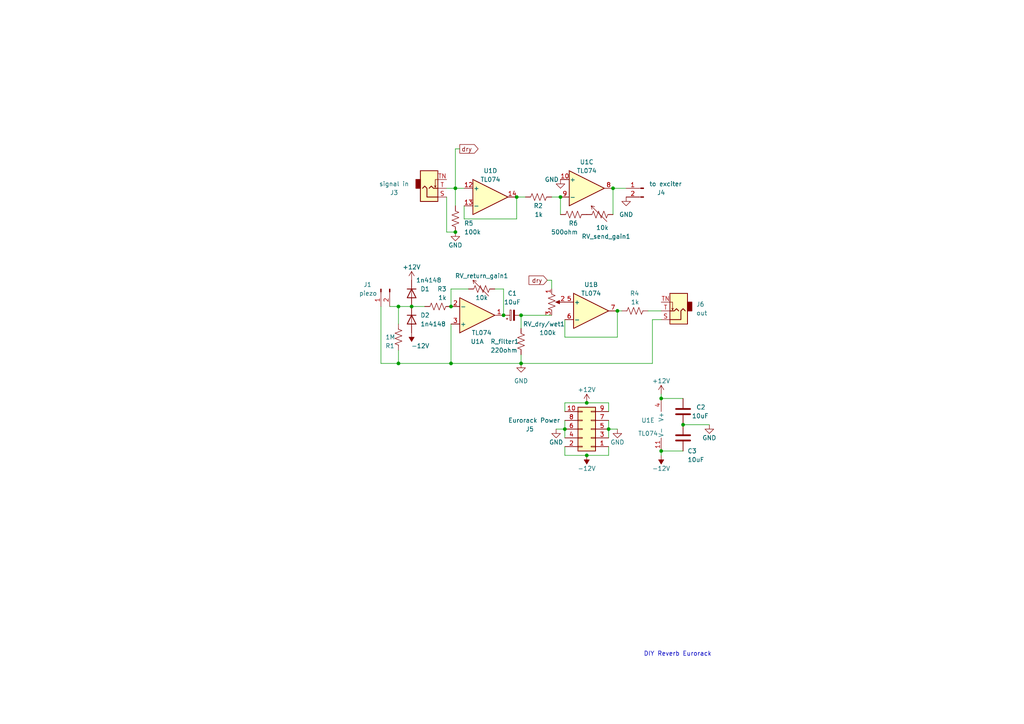
<source format=kicad_sch>
(kicad_sch (version 20211123) (generator eeschema)
  (paper "A4")
  (lib_symbols
    (symbol "Amplifier_Operational:TL074" (pin_names (offset 0.127))
      (property "Reference" "U" (at 0 5.08 0))
      (property "Value" "TL074" (at 0 -5.08 0))
      (symbol "TL074_1_1"
        (polyline (pts (xy -5.08 5.08) (xy 5.08 0) (xy -5.08 -5.08) (xy -5.08 5.08)) (stroke (width 0.254)) (fill (type background)))
        (pin output line (at 7.62 0 180) (length 2.54) (name "~") (number "1"))
        (pin input line (at -7.62 -2.54 0) (length 2.54) (name "-") (number "2"))
        (pin input line (at -7.62 2.54 0) (length 2.54) (name "+") (number "3"))
      )
      (symbol "TL074_2_1"
        (polyline (pts (xy -5.08 5.08) (xy 5.08 0) (xy -5.08 -5.08) (xy -5.08 5.08)) (stroke (width 0.254)) (fill (type background)))
        (pin input line (at -7.62 2.54 0) (length 2.54) (name "+") (number "5"))
        (pin input line (at -7.62 -2.54 0) (length 2.54) (name "-") (number "6"))
        (pin output line (at 7.62 0 180) (length 2.54) (name "~") (number "7"))
      )
      (symbol "TL074_3_1"
        (polyline (pts (xy -5.08 5.08) (xy 5.08 0) (xy -5.08 -5.08) (xy -5.08 5.08)) (stroke (width 0.254)) (fill (type background)))
        (pin input line (at -7.62 2.54 0) (length 2.54) (name "+") (number "10"))
        (pin output line (at 7.62 0 180) (length 2.54) (name "~") (number "8"))
        (pin input line (at -7.62 -2.54 0) (length 2.54) (name "-") (number "9"))
      )
      (symbol "TL074_4_1"
        (polyline (pts (xy -5.08 5.08) (xy 5.08 0) (xy -5.08 -5.08) (xy -5.08 5.08)) (stroke (width 0.254)) (fill (type background)))
        (pin input line (at -7.62 2.54 0) (length 2.54) (name "+") (number "12"))
        (pin input line (at -7.62 -2.54 0) (length 2.54) (name "-") (number "13"))
        (pin output line (at 7.62 0 180) (length 2.54) (name "~") (number "14"))
      )
      (symbol "TL074_5_1"
        (pin power_in line (at -2.54 -7.62 90) (length 3.81) (name "V-") (number "11"))
        (pin power_in line (at -2.54 7.62 270) (length 3.81) (name "V+") (number "4"))
      )
    )
    (symbol "Connector:AudioJack2_SwitchT"
      (property "Reference" "J" (at 0 8.89 0))
      (property "Value" "AudioJack2_SwitchT" (at 0 6.35 0))
      (symbol "AudioJack2_SwitchT_0_1"
        (rectangle (start -2.54 0) (end -3.81 -2.54) (stroke (width 0.254)) (fill (type outline)))
        (polyline (pts (xy 1.778 -0.254) (xy 2.032 -0.762)))
        (polyline (pts (xy 0 0) (xy 0.635 -0.635) (xy 1.27 0) (xy 2.54 0)) (stroke (width 0.254)))
        (polyline (pts (xy 2.54 -2.54) (xy 1.778 -2.54) (xy 1.778 -0.254) (xy 1.524 -0.762)))
        (polyline (pts (xy 2.54 2.54) (xy -0.635 2.54) (xy -0.635 0) (xy -1.27 -0.635) (xy -1.905 0)) (stroke (width 0.254)))
        (rectangle (start 2.54 3.81) (end -2.54 -5.08) (stroke (width 0.254)) (fill (type background)))
      )
      (symbol "AudioJack2_SwitchT_1_1"
        (pin passive line (at 5.08 2.54 180) (length 2.54) (name "~") (number "S"))
        (pin passive line (at 5.08 0 180) (length 2.54) (name "~") (number "T"))
        (pin passive line (at 5.08 -2.54 180) (length 2.54) (name "~") (number "TN"))
      )
    )
    (symbol "Connector:Conn_01x02_Male" (pin_names (offset 1.016) hide)
      (property "Reference" "J" (at 0 2.54 0))
      (property "Value" "Conn_01x02_Male" (at 0 -5.08 0))
      (symbol "Conn_01x02_Male_1_1"
        (polyline (pts (xy 1.27 -2.54) (xy 0.8636 -2.54)) (stroke (width 0.1524)))
        (polyline (pts (xy 1.27 0) (xy 0.8636 0)) (stroke (width 0.1524)))
        (rectangle (start 0.8636 -2.413) (end 0 -2.667) (stroke (width 0.1524)) (fill (type outline)))
        (rectangle (start 0.8636 0.127) (end 0 -0.127) (stroke (width 0.1524)) (fill (type outline)))
        (pin passive line (at 5.08 0 180) (length 3.81) (name "Pin_1") (number "1"))
        (pin passive line (at 5.08 -2.54 180) (length 3.81) (name "Pin_2") (number "2"))
      )
    )
    (symbol "Connector_Generic:Conn_02x05_Odd_Even" (pin_names (offset 1.016) hide)
      (property "Reference" "J" (at 1.27 7.62 0))
      (property "Value" "Conn_02x05_Odd_Even" (at 1.27 -7.62 0))
      (symbol "Conn_02x05_Odd_Even_1_1"
        (rectangle (start -1.27 -4.953) (end 0 -5.207) (stroke (width 0.1524)))
        (rectangle (start -1.27 -2.413) (end 0 -2.667) (stroke (width 0.1524)))
        (rectangle (start -1.27 0.127) (end 0 -0.127) (stroke (width 0.1524)))
        (rectangle (start -1.27 2.667) (end 0 2.413) (stroke (width 0.1524)))
        (rectangle (start -1.27 5.207) (end 0 4.953) (stroke (width 0.1524)))
        (rectangle (start -1.27 6.35) (end 3.81 -6.35) (stroke (width 0.254)) (fill (type background)))
        (rectangle (start 3.81 -4.953) (end 2.54 -5.207) (stroke (width 0.1524)))
        (rectangle (start 3.81 -2.413) (end 2.54 -2.667) (stroke (width 0.1524)))
        (rectangle (start 3.81 0.127) (end 2.54 -0.127) (stroke (width 0.1524)))
        (rectangle (start 3.81 2.667) (end 2.54 2.413) (stroke (width 0.1524)))
        (rectangle (start 3.81 5.207) (end 2.54 4.953) (stroke (width 0.1524)))
        (pin passive line (at -5.08 5.08 0) (length 3.81) (name "Pin_1") (number "1"))
        (pin passive line (at 7.62 -5.08 180) (length 3.81) (name "Pin_10") (number "10"))
        (pin passive line (at 7.62 5.08 180) (length 3.81) (name "Pin_2") (number "2"))
        (pin passive line (at -5.08 2.54 0) (length 3.81) (name "Pin_3") (number "3"))
        (pin passive line (at 7.62 2.54 180) (length 3.81) (name "Pin_4") (number "4"))
        (pin passive line (at -5.08 0 0) (length 3.81) (name "Pin_5") (number "5"))
        (pin passive line (at 7.62 0 180) (length 3.81) (name "Pin_6") (number "6"))
        (pin passive line (at -5.08 -2.54 0) (length 3.81) (name "Pin_7") (number "7"))
        (pin passive line (at 7.62 -2.54 180) (length 3.81) (name "Pin_8") (number "8"))
        (pin passive line (at -5.08 -5.08 0) (length 3.81) (name "Pin_9") (number "9"))
      )
    )
    (symbol "Device:C" (pin_numbers hide) (pin_names (offset 0.254))
      (property "Reference" "C" (at 0.635 2.54 0))
      (property "Value" "C" (at 0.635 -2.54 0))
      (symbol "C_0_1"
        (polyline (pts (xy -2.032 -0.762) (xy 2.032 -0.762)) (stroke (width 0.508)))
        (polyline (pts (xy -2.032 0.762) (xy 2.032 0.762)) (stroke (width 0.508)))
      )
      (symbol "C_1_1"
        (pin passive line (at 0 3.81 270) (length 2.794) (name "~") (number "1"))
        (pin passive line (at 0 -3.81 90) (length 2.794) (name "~") (number "2"))
      )
    )
    (symbol "Device:C_Polarized_Small" (pin_numbers hide) (pin_names (offset 0.254) hide)
      (property "Reference" "C" (at 0.254 1.778 0))
      (property "Value" "C_Polarized_Small" (at 0.254 -2.032 0))
      (symbol "C_Polarized_Small_0_1"
        (rectangle (start -1.524 -0.3048) (end 1.524 -0.6858) (fill (type outline)))
        (rectangle (start -1.524 0.6858) (end 1.524 0.3048))
        (polyline (pts (xy -1.27 1.524) (xy -0.762 1.524)))
        (polyline (pts (xy -1.016 1.27) (xy -1.016 1.778)))
      )
      (symbol "C_Polarized_Small_1_1"
        (pin passive line (at 0 2.54 270) (length 1.8542) (name "~") (number "1"))
        (pin passive line (at 0 -2.54 90) (length 1.8542) (name "~") (number "2"))
      )
    )
    (symbol "Device:D" (pin_numbers hide) (pin_names (offset 1.016) hide)
      (property "Reference" "D" (at 0 2.54 0))
      (property "Value" "D" (at 0 -2.54 0))
      (symbol "D_0_1"
        (polyline (pts (xy -1.27 1.27) (xy -1.27 -1.27)) (stroke (width 0.254)))
        (polyline (pts (xy 1.27 0) (xy -1.27 0)))
        (polyline (pts (xy 1.27 1.27) (xy 1.27 -1.27) (xy -1.27 0) (xy 1.27 1.27)) (stroke (width 0.254)))
      )
      (symbol "D_1_1"
        (pin passive line (at -3.81 0 0) (length 2.54) (name "K") (number "1"))
        (pin passive line (at 3.81 0 180) (length 2.54) (name "A") (number "2"))
      )
    )
    (symbol "Device:R_Potentiometer_US" (pin_names (offset 1.016) hide)
      (property "Reference" "RV" (at -4.445 0 90))
      (property "Value" "R_Potentiometer_US" (at -2.54 0 90))
      (symbol "R_Potentiometer_US_0_1"
        (polyline (pts (xy 0 -2.286) (xy 0 -2.54)))
        (polyline (pts (xy 0 2.54) (xy 0 2.286)))
        (polyline (pts (xy 2.54 0) (xy 1.524 0)))
        (polyline (pts (xy 1.143 0) (xy 2.286 0.508) (xy 2.286 -0.508) (xy 1.143 0)) (fill (type outline)))
        (polyline (pts (xy 0 -0.762) (xy 1.016 -1.143) (xy 0 -1.524) (xy -1.016 -1.905) (xy 0 -2.286)))
        (polyline (pts (xy 0 0.762) (xy 1.016 0.381) (xy 0 0) (xy -1.016 -0.381) (xy 0 -0.762)))
        (polyline (pts (xy 0 2.286) (xy 1.016 1.905) (xy 0 1.524) (xy -1.016 1.143) (xy 0 0.762)))
      )
      (symbol "R_Potentiometer_US_1_1"
        (pin passive line (at 0 3.81 270) (length 1.27) (name "1") (number "1"))
        (pin passive line (at 3.81 0 180) (length 1.27) (name "2") (number "2"))
        (pin passive line (at 0 -3.81 90) (length 1.27) (name "3") (number "3"))
      )
    )
    (symbol "Device:R_US" (pin_numbers hide) (pin_names (offset 0))
      (property "Reference" "R" (at 2.54 0 90))
      (property "Value" "R_US" (at -2.54 0 90))
      (symbol "R_US_0_1"
        (polyline (pts (xy 0 -2.286) (xy 0 -2.54)))
        (polyline (pts (xy 0 2.286) (xy 0 2.54)))
        (polyline (pts (xy 0 -0.762) (xy 1.016 -1.143) (xy 0 -1.524) (xy -1.016 -1.905) (xy 0 -2.286)))
        (polyline (pts (xy 0 0.762) (xy 1.016 0.381) (xy 0 0) (xy -1.016 -0.381) (xy 0 -0.762)))
        (polyline (pts (xy 0 2.286) (xy 1.016 1.905) (xy 0 1.524) (xy -1.016 1.143) (xy 0 0.762)))
      )
      (symbol "R_US_1_1"
        (pin passive line (at 0 3.81 270) (length 1.27) (name "~") (number "1"))
        (pin passive line (at 0 -3.81 90) (length 1.27) (name "~") (number "2"))
      )
    )
    (symbol "Device:R_Variable_US" (pin_numbers hide) (pin_names (offset 0))
      (property "Reference" "R" (at 2.54 -2.54 90))
      (property "Value" "R_Variable_US" (at -2.54 -1.27 90))
      (symbol "R_Variable_US_0_1"
        (polyline (pts (xy 0 -2.286) (xy 0 -2.54)))
        (polyline (pts (xy 0 2.286) (xy 0 2.54)))
        (polyline (pts (xy 0 -0.762) (xy 1.016 -1.143) (xy 0 -1.524) (xy -1.016 -1.905) (xy 0 -2.286)))
        (polyline (pts (xy 0 0.762) (xy 1.016 0.381) (xy 0 0) (xy -1.016 -0.381) (xy 0 -0.762)))
        (polyline (pts (xy 0 2.286) (xy 1.016 1.905) (xy 0 1.524) (xy -1.016 1.143) (xy 0 0.762)) (stroke (width 0.1524)))
        (polyline (pts (xy 2.286 1.524) (xy 2.54 2.54) (xy 1.524 2.286) (xy 2.54 2.54) (xy -2.032 -2.032)) (stroke (width 0.1524)))
      )
      (symbol "R_Variable_US_1_1"
        (pin passive line (at 0 3.81 270) (length 1.27) (name "~") (number "1"))
        (pin passive line (at 0 -3.81 90) (length 1.27) (name "~") (number "2"))
      )
    )
    (symbol "power:+12V" (power) (pin_names (offset 0))
      (property "Value" "+12V" (at 0 3.556 0))
      (symbol "+12V_0_1"
        (polyline (pts (xy -0.762 1.27) (xy 0 2.54)))
        (polyline (pts (xy 0 0) (xy 0 2.54)))
        (polyline (pts (xy 0 2.54) (xy 0.762 1.27)))
      )
      (symbol "+12V_1_1"
        (pin power_in line (at 0 0 90) (length 0) hide (name "+12V") (number "1"))
      )
    )
    (symbol "power:-12V" (power) (pin_names (offset 0))
      (property "Value" "-12V" (at 0 3.81 0))
      (symbol "-12V_0_0"
        (pin power_in line (at 0 0 90) (length 0) hide (name "-12V") (number "1"))
      )
      (symbol "-12V_0_1"
        (polyline (pts (xy 0 0) (xy 0 1.27) (xy 0.762 1.27) (xy 0 2.54) (xy -0.762 1.27) (xy 0 1.27)) (fill (type outline)))
      )
    )
    (symbol "power:GND" (power) (pin_names (offset 0))
      (property "Value" "GND" (at 0 -3.81 0))
      (symbol "GND_0_1"
        (polyline (pts (xy 0 0) (xy 0 -1.27) (xy 1.27 -1.27) (xy 0 -2.54) (xy -1.27 -1.27) (xy 0 -1.27)))
      )
      (symbol "GND_1_1"
        (pin power_in line (at 0 0 270) (length 0) hide (name "GND") (number "1"))
      )
    )
  )
  (junction (at 162.56 57.15))
  (junction (at 119.38 88.9))
  (junction (at 191.77 130.81))
  (junction (at 163.83 124.46))
  (junction (at 177.8 54.61))
  (junction (at 132.08 67.31))
  (junction (at 170.18 116.84))
  (junction (at 149.86 57.15))
  (junction (at 170.18 132.08))
  (junction (at 151.13 105.41))
  (junction (at 198.12 123.19))
  (junction (at 132.08 54.61))
  (junction (at 115.57 105.41))
  (junction (at 130.81 105.41))
  (junction (at 151.13 91.44))
  (junction (at 130.81 88.9))
  (junction (at 146.05 91.44))
  (junction (at 176.53 124.46))
  (junction (at 115.57 88.9))
  (junction (at 179.07 90.17))
  (junction (at 191.77 115.57))
  (wire (pts (xy 189.23 92.71) (xy 191.77 92.71)))
  (wire (pts (xy 132.08 43.18) (xy 133.35 43.18)))
  (wire (pts (xy 132.08 54.61) (xy 132.08 59.69)))
  (wire (pts (xy 179.07 90.17) (xy 180.34 90.17)))
  (wire (pts (xy 163.83 124.46) (xy 161.29 124.46)))
  (wire (pts (xy 115.57 93.98) (xy 115.57 88.9)))
  (wire (pts (xy 163.83 124.46) (xy 163.83 127)))
  (wire (pts (xy 151.13 105.41) (xy 189.23 105.41)))
  (wire (pts (xy 162.56 57.15) (xy 162.56 62.23)))
  (wire (pts (xy 115.57 88.9) (xy 119.38 88.9)))
  (wire (pts (xy 160.02 83.82) (xy 160.02 81.28)))
  (wire (pts (xy 151.13 105.41) (xy 151.13 102.87)))
  (wire (pts (xy 130.81 105.41) (xy 151.13 105.41)))
  (wire (pts (xy 163.83 116.84) (xy 170.18 116.84)))
  (wire (pts (xy 134.62 63.5) (xy 149.86 63.5)))
  (wire (pts (xy 130.81 83.82) (xy 135.89 83.82)))
  (wire (pts (xy 134.62 59.69) (xy 134.62 63.5)))
  (wire (pts (xy 119.38 88.9) (xy 123.19 88.9)))
  (wire (pts (xy 191.77 130.81) (xy 198.12 130.81)))
  (wire (pts (xy 143.51 83.82) (xy 146.05 83.82)))
  (wire (pts (xy 152.4 57.15) (xy 149.86 57.15)))
  (wire (pts (xy 177.8 54.61) (xy 181.61 54.61)))
  (wire (pts (xy 177.8 54.61) (xy 177.8 62.23)))
  (wire (pts (xy 176.53 116.84) (xy 176.53 119.38)))
  (wire (pts (xy 170.18 132.08) (xy 176.53 132.08)))
  (wire (pts (xy 163.83 97.79) (xy 163.83 92.71)))
  (wire (pts (xy 187.96 90.17) (xy 191.77 90.17)))
  (wire (pts (xy 176.53 121.92) (xy 176.53 124.46)))
  (wire (pts (xy 191.77 130.81) (xy 191.77 132.08)))
  (wire (pts (xy 162.56 57.15) (xy 160.02 57.15)))
  (wire (pts (xy 132.08 54.61) (xy 132.08 43.18)))
  (wire (pts (xy 151.13 91.44) (xy 160.02 91.44)))
  (wire (pts (xy 163.83 97.79) (xy 179.07 97.79)))
  (wire (pts (xy 191.77 115.57) (xy 198.12 115.57)))
  (wire (pts (xy 129.54 57.15) (xy 129.54 67.31)))
  (wire (pts (xy 189.23 92.71) (xy 189.23 105.41)))
  (wire (pts (xy 163.83 121.92) (xy 163.83 124.46)))
  (wire (pts (xy 191.77 114.3) (xy 191.77 115.57)))
  (wire (pts (xy 129.54 67.31) (xy 132.08 67.31)))
  (wire (pts (xy 130.81 93.98) (xy 130.81 105.41)))
  (wire (pts (xy 115.57 101.6) (xy 115.57 105.41)))
  (wire (pts (xy 113.03 88.9) (xy 115.57 88.9)))
  (wire (pts (xy 163.83 129.54) (xy 163.83 132.08)))
  (wire (pts (xy 132.08 54.61) (xy 134.62 54.61)))
  (wire (pts (xy 176.53 124.46) (xy 176.53 127)))
  (wire (pts (xy 110.49 105.41) (xy 115.57 105.41)))
  (wire (pts (xy 170.18 116.84) (xy 176.53 116.84)))
  (wire (pts (xy 130.81 88.9) (xy 130.81 83.82)))
  (wire (pts (xy 176.53 132.08) (xy 176.53 129.54)))
  (wire (pts (xy 115.57 105.41) (xy 130.81 105.41)))
  (wire (pts (xy 146.05 91.44) (xy 146.05 83.82)))
  (wire (pts (xy 110.49 88.9) (xy 110.49 105.41)))
  (wire (pts (xy 151.13 95.25) (xy 151.13 91.44)))
  (wire (pts (xy 160.02 81.28) (xy 158.75 81.28)))
  (wire (pts (xy 179.07 90.17) (xy 179.07 97.79)))
  (wire (pts (xy 129.54 54.61) (xy 132.08 54.61)))
  (wire (pts (xy 179.07 124.46) (xy 176.53 124.46)))
  (wire (pts (xy 163.83 119.38) (xy 163.83 116.84)))
  (wire (pts (xy 198.12 123.19) (xy 205.74 123.19)))
  (wire (pts (xy 149.86 63.5) (xy 149.86 57.15)))
  (wire (pts (xy 163.83 132.08) (xy 170.18 132.08)))
  (text "DIY Reverb Eurorack" (at 186.69 190.5 0) (effects (font (size 1.27 1.27)) (justify left bottom)))
  (global_label "dry" (shape output) (at 133.35 43.18 0) (property "Intersheet References" "${INTERSHEET_REFS}" (effects hide)))
  (global_label "dry" (shape input) (at 158.75 81.28 180) (property "Intersheet References" "${INTERSHEET_REFS}" (effects hide)))
  (symbol (lib_id "power:+12V") (at 191.77 114.3 0) (unit 1)
    (property "Reference" "#PWR0112" (effects hide))
    (property "Value" "+12V" (at 191.77 110.49 0))
  )
  (symbol (lib_id "Device:R_Variable_US") (at 139.7 83.82 90) (unit 1)
    (property "Reference" "RV_return_gain1" (at 139.7 80.01 90))
    (property "Value" "10k" (at 139.7 86.36 90))
    (property "Footprint" "Potentiometer_THT:Potentiometer_Alps_RK09K_Single_Vertical" (effects hide))
  )
  (symbol (lib_id "Connector:Conn_01x02_Male") (at 110.49 83.82 90) (mirror x) (unit 1)
    (property "Reference" "J1" (at 105.41 82.55 90) (effects (justify right)))
    (property "Value" "piezo" (at 104.14 85.09 90) (effects (justify right)))
    (property "Footprint" "Connector_PinHeader_2.54mm:PinHeader_1x02_P2.54mm_Vertical" (effects hide))
  )
  (symbol (lib_id "Device:D") (at 119.38 92.71 270) (unit 1)
    (property "Reference" "D2" (at 121.92 91.44 90) (effects (justify left)))
    (property "Value" "1n4148" (at 121.92 93.98 90) (effects (justify left)))
    (property "Footprint" "Diode_THT:D_A-405_P7.62mm_Horizontal" (effects hide))
  )
  (symbol (lib_id "Device:R_US") (at 166.37 62.23 90) (unit 1)
    (property "Reference" "R6" (at 167.64 64.77 90) (effects (justify left)))
    (property "Value" "500ohm" (at 167.64 67.31 90) (effects (justify left)))
    (property "Footprint" "Resistor_THT:R_Axial_DIN0207_L6.3mm_D2.5mm_P5.08mm_Vertical" (effects hide))
  )
  (symbol (lib_id "power:GND") (at 161.29 124.46 0) (unit 1)
    (property "Reference" "#PWR0108" (effects hide))
    (property "Value" "GND" (at 161.29 128.27 0))
  )
  (symbol (lib_id "power:-12V") (at 170.18 132.08 180) (unit 1)
    (property "Reference" "#PWR0113" (effects hide))
    (property "Value" "-12V" (at 170.18 135.89 0))
  )
  (symbol (lib_id "power:GND") (at 205.74 123.19 0) (unit 1)
    (property "Reference" "#PWR0114" (effects hide))
    (property "Value" "GND" (at 205.74 127 0))
  )
  (symbol (lib_id "Connector:Conn_01x02_Male") (at 186.69 54.61 0) (mirror y) (unit 1)
    (property "Reference" "J4" (at 191.77 55.88 0))
    (property "Value" "to exciter" (at 193.04 53.34 0))
    (property "Footprint" "Connector_PinHeader_2.54mm:PinHeader_1x02_P2.54mm_Vertical" (effects hide))
  )
  (symbol (lib_id "Connector:AudioJack2_SwitchT") (at 196.85 90.17 180) (unit 1)
    (property "Reference" "J6" (at 201.93 88.2649 0) (effects (justify right)))
    (property "Value" "out" (at 201.93 90.8049 0) (effects (justify right)))
    (property "Footprint" "Connector_Audio:Jack_3.5mm_QingPu_WQP-PJ398SM_Vertical_CircularHoles" (effects hide))
  )
  (symbol (lib_id "power:+12V") (at 170.18 116.84 0) (unit 1)
    (property "Reference" "#PWR0111" (effects hide))
    (property "Value" "+12V" (at 170.18 113.03 0))
  )
  (symbol (lib_id "Amplifier_Operational:TL074") (at 142.24 57.15 0) (unit 4)
    (property "Reference" "U1" (at 142.24 49.53 0))
    (property "Value" "TL074" (at 142.24 52.07 0))
    (property "Footprint" "Package_DIP:DIP-14_W7.62mm" (effects hide))
    (property "Datasheet" "http://www.ti.com/lit/ds/symlink/tl071.pdf" (effects hide))
  )
  (symbol (lib_id "Device:R_US") (at 132.08 63.5 0) (unit 1)
    (property "Reference" "R5" (at 134.62 64.77 0) (effects (justify left)))
    (property "Value" "100k" (at 134.62 67.31 0) (effects (justify left)))
    (property "Footprint" "Resistor_THT:R_Axial_DIN0207_L6.3mm_D2.5mm_P5.08mm_Vertical" (effects hide))
  )
  (symbol (lib_id "power:GND") (at 162.56 52.07 0) (unit 1)
    (property "Reference" "#PWR0101" (effects hide))
    (property "Value" "GND" (at 160.02 52.07 0))
  )
  (symbol (lib_id "power:-12V") (at 191.77 132.08 180) (unit 1)
    (property "Reference" "#PWR0109" (effects hide))
    (property "Value" "-12V" (at 191.77 135.89 0))
  )
  (symbol (lib_id "Device:R_US") (at 115.57 97.79 0) (unit 1)
    (property "Reference" "R1" (at 111.76 100.33 0) (effects (justify left)))
    (property "Value" "1M" (at 111.76 97.79 0) (effects (justify left)))
    (property "Footprint" "Resistor_THT:R_Axial_DIN0207_L6.3mm_D2.5mm_P5.08mm_Vertical" (effects hide))
  )
  (symbol (lib_id "Amplifier_Operational:TL074") (at 170.18 54.61 0) (unit 3)
    (property "Reference" "U1" (at 170.18 46.99 0))
    (property "Value" "TL074" (at 170.18 49.53 0))
    (property "Footprint" "Package_DIP:DIP-14_W7.62mm" (effects hide))
    (property "Datasheet" "http://www.ti.com/lit/ds/symlink/tl071.pdf" (effects hide))
  )
  (symbol (lib_id "Amplifier_Operational:TL074") (at 171.45 90.17 0) (unit 2)
    (property "Reference" "U1" (at 171.45 82.55 0))
    (property "Value" "TL074" (at 171.45 85.09 0))
    (property "Footprint" "Package_DIP:DIP-14_W7.62mm" (effects hide))
    (property "Datasheet" "http://www.ti.com/lit/ds/symlink/tl071.pdf" (effects hide))
  )
  (symbol (lib_id "Device:C") (at 198.12 119.38 0) (unit 1)
    (property "Reference" "C2" (at 201.93 118.11 0) (effects (justify left)))
    (property "Value" "10uF" (at 200.66 120.65 0) (effects (justify left)))
    (property "Footprint" "Capacitor_THT:C_Rect_L10.0mm_W2.5mm_P7.50mm_MKS4" (effects hide))
  )
  (symbol (lib_id "power:-12V") (at 119.38 96.52 180) (unit 1)
    (property "Reference" "#PWR0103" (effects hide))
    (property "Value" "-12V" (at 121.92 100.33 0))
  )
  (symbol (lib_id "power:GND") (at 132.08 67.31 0) (unit 1)
    (property "Reference" "#PWR0107" (effects hide))
    (property "Value" "GND" (at 132.08 71.12 0))
  )
  (symbol (lib_id "power:GND") (at 181.61 57.15 0) (unit 1)
    (property "Reference" "#PWR01" (effects hide))
    (property "Value" "GND" (at 181.61 62.23 0))
  )
  (symbol (lib_id "Connector:AudioJack2_SwitchT") (at 124.46 54.61 0) (mirror x) (unit 1)
    (property "Reference" "J3" (at 114.3 55.88 0))
    (property "Value" "signal in" (at 114.3 53.34 0))
    (property "Footprint" "Connector_Audio:Jack_3.5mm_QingPu_WQP-PJ398SM_Vertical_CircularHoles" (effects hide))
  )
  (symbol (lib_id "Device:R_Variable_US") (at 173.99 62.23 90) (unit 1)
    (property "Reference" "RV_send_gain1" (at 182.88 68.58 90) (effects (justify left)))
    (property "Value" "10k" (at 176.53 66.04 90) (effects (justify left)))
    (property "Footprint" "Potentiometer_THT:Potentiometer_Alps_RK09K_Single_Vertical" (effects hide))
  )
  (symbol (lib_id "Device:R_Potentiometer_US") (at 160.02 87.63 0) (unit 1)
    (property "Reference" "RV_dry/wet1" (at 163.83 93.98 0) (effects (justify right)))
    (property "Value" "100k" (at 161.29 96.52 0) (effects (justify right)))
    (property "Footprint" "Potentiometer_THT:Potentiometer_Alps_RK09K_Single_Vertical" (effects hide))
  )
  (symbol (lib_id "Device:R_US") (at 184.15 90.17 90) (unit 1)
    (property "Reference" "R4" (at 185.42 85.09 90) (effects (justify left)))
    (property "Value" "1k" (at 185.42 87.63 90) (effects (justify left)))
    (property "Footprint" "Resistor_THT:R_Axial_DIN0207_L6.3mm_D2.5mm_P5.08mm_Vertical" (effects hide))
  )
  (symbol (lib_id "power:+12V") (at 119.38 81.28 0) (unit 1)
    (property "Reference" "#PWR0102" (effects hide))
    (property "Value" "+12V" (at 119.38 77.47 0))
  )
  (symbol (lib_id "Amplifier_Operational:TL074") (at 194.31 123.19 0) (unit 5)
    (property "Reference" "U1" (at 187.96 121.92 0))
    (property "Value" "TL074" (at 187.96 125.73 0))
    (property "Footprint" "Package_DIP:DIP-14_W7.62mm" (effects hide))
    (property "Datasheet" "http://www.ti.com/lit/ds/symlink/tl071.pdf" (effects hide))
  )
  (symbol (lib_id "Device:R_US") (at 156.21 57.15 90) (unit 1)
    (property "Reference" "R2" (at 157.48 59.69 90) (effects (justify left)))
    (property "Value" "1k" (at 157.48 62.23 90) (effects (justify left)))
    (property "Footprint" "Resistor_THT:R_Axial_DIN0207_L6.3mm_D2.5mm_P5.08mm_Vertical" (effects hide))
  )
  (symbol (lib_id "Connector_Generic:Conn_02x05_Odd_Even") (at 171.45 124.46 180) (unit 1)
    (property "Reference" "J5" (at 153.67 124.46 0))
    (property "Value" "Eurorack Power" (at 154.94 121.92 0))
    (property "Footprint" "Connector_PinHeader_2.54mm:PinHeader_2x05_P2.54mm_Vertical" (effects hide))
  )
  (symbol (lib_id "Device:D") (at 119.38 85.09 270) (unit 1)
    (property "Reference" "D1" (at 121.92 83.82 90) (effects (justify left)))
    (property "Value" "1n4148" (at 120.65 81.28 90) (effects (justify left)))
    (property "Footprint" "Diode_THT:D_A-405_P7.62mm_Horizontal" (effects hide))
  )
  (symbol (lib_id "power:GND") (at 151.13 105.41 0) (unit 1)
    (property "Reference" "#PWR0104" (effects hide))
    (property "Value" "GND" (at 151.13 110.49 0))
  )
  (symbol (lib_id "Amplifier_Operational:TL074") (at 138.43 91.44 0) (mirror x) (unit 1)
    (property "Reference" "U1" (at 138.43 99.06 0))
    (property "Value" "TL074" (at 139.7 96.52 0))
    (property "Footprint" "Package_DIP:DIP-14_W7.62mm" (effects hide))
    (property "Datasheet" "http://www.ti.com/lit/ds/symlink/tl071.pdf" (effects hide))
  )
  (symbol (lib_id "Device:C") (at 198.12 127 180) (unit 1)
    (property "Reference" "C3" (at 199.39 130.81 0) (effects (justify right)))
    (property "Value" "10uF" (at 199.39 133.35 0) (effects (justify right)))
    (property "Footprint" "Capacitor_THT:C_Rect_L10.0mm_W2.5mm_P7.50mm_MKS4" (effects hide))
  )
  (symbol (lib_id "Device:C_Polarized_Small") (at 148.59 91.44 90) (unit 1)
    (property "Reference" "C1" (at 148.59 85.09 90))
    (property "Value" "10uF" (at 148.59 87.63 90))
    (property "Footprint" "Capacitor_THT:CP_Radial_D5.0mm_P2.50mm" (effects hide))
  )
  (symbol (lib_id "Device:R_US") (at 127 88.9 90) (unit 1)
    (property "Reference" "R3" (at 129.54 83.82 90) (effects (justify left)))
    (property "Value" "1k" (at 129.54 86.36 90) (effects (justify left)))
    (property "Footprint" "Resistor_THT:R_Axial_DIN0207_L6.3mm_D2.5mm_P5.08mm_Vertical" (effects hide))
  )
  (symbol (lib_id "Device:R_US") (at 151.13 99.06 0) (unit 1)
    (property "Reference" "R_filter1" (at 142.24 99.06 0) (effects (justify left)))
    (property "Value" "220ohm" (at 142.24 101.6 0) (effects (justify left)))
    (property "Footprint" "Resistor_THT:R_Axial_DIN0207_L6.3mm_D2.5mm_P5.08mm_Vertical" (effects hide))
  )
  (symbol (lib_id "power:GND") (at 179.07 124.46 0) (unit 1)
    (property "Reference" "#PWR0110" (effects hide))
    (property "Value" "GND" (at 179.07 128.27 0))
  )
)
</source>
